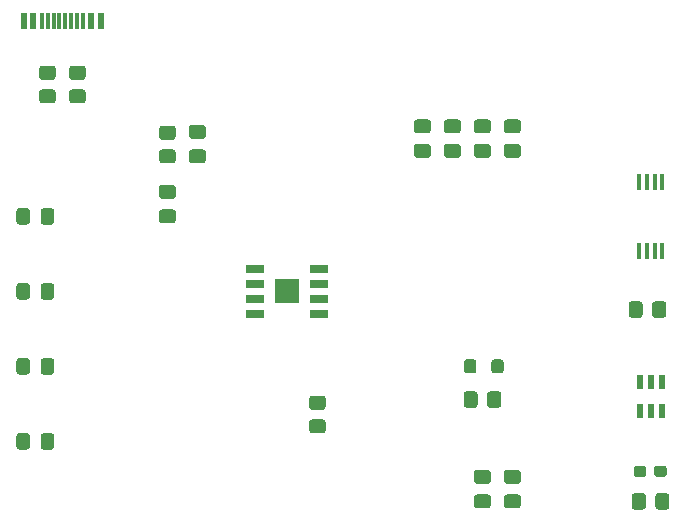
<source format=gbr>
%TF.GenerationSoftware,KiCad,Pcbnew,5.1.9*%
%TF.CreationDate,2021-06-15T13:05:46+08:00*%
%TF.ProjectId,Power-TEST,506f7765-722d-4544-9553-542e6b696361,rev?*%
%TF.SameCoordinates,Original*%
%TF.FileFunction,Paste,Top*%
%TF.FilePolarity,Positive*%
%FSLAX46Y46*%
G04 Gerber Fmt 4.6, Leading zero omitted, Abs format (unit mm)*
G04 Created by KiCad (PCBNEW 5.1.9) date 2021-06-15 13:05:46*
%MOMM*%
%LPD*%
G01*
G04 APERTURE LIST*
%ADD10R,0.600000X1.250000*%
%ADD11R,1.525000X0.700000*%
%ADD12R,2.090000X2.090000*%
%ADD13R,0.300000X1.450000*%
%ADD14R,0.600000X1.450000*%
%ADD15R,0.450000X1.475000*%
G04 APERTURE END LIST*
%TO.C,C3*%
G36*
G01*
X101507500Y-97552500D02*
X101507500Y-98027500D01*
G75*
G02*
X101270000Y-98265000I-237500J0D01*
G01*
X100670000Y-98265000D01*
G75*
G02*
X100432500Y-98027500I0J237500D01*
G01*
X100432500Y-97552500D01*
G75*
G02*
X100670000Y-97315000I237500J0D01*
G01*
X101270000Y-97315000D01*
G75*
G02*
X101507500Y-97552500I0J-237500D01*
G01*
G37*
G36*
G01*
X103232500Y-97552500D02*
X103232500Y-98027500D01*
G75*
G02*
X102995000Y-98265000I-237500J0D01*
G01*
X102395000Y-98265000D01*
G75*
G02*
X102157500Y-98027500I0J237500D01*
G01*
X102157500Y-97552500D01*
G75*
G02*
X102395000Y-97315000I237500J0D01*
G01*
X102995000Y-97315000D01*
G75*
G02*
X103232500Y-97552500I0J-237500D01*
G01*
G37*
%TD*%
%TO.C,R7*%
G36*
G01*
X52889999Y-65440000D02*
X53790001Y-65440000D01*
G75*
G02*
X54040000Y-65689999I0J-249999D01*
G01*
X54040000Y-66390001D01*
G75*
G02*
X53790001Y-66640000I-249999J0D01*
G01*
X52889999Y-66640000D01*
G75*
G02*
X52640000Y-66390001I0J249999D01*
G01*
X52640000Y-65689999D01*
G75*
G02*
X52889999Y-65440000I249999J0D01*
G01*
G37*
G36*
G01*
X52889999Y-63440000D02*
X53790001Y-63440000D01*
G75*
G02*
X54040000Y-63689999I0J-249999D01*
G01*
X54040000Y-64390001D01*
G75*
G02*
X53790001Y-64640000I-249999J0D01*
G01*
X52889999Y-64640000D01*
G75*
G02*
X52640000Y-64390001I0J249999D01*
G01*
X52640000Y-63689999D01*
G75*
G02*
X52889999Y-63440000I249999J0D01*
G01*
G37*
%TD*%
%TO.C,R6*%
G36*
G01*
X50349999Y-65440000D02*
X51250001Y-65440000D01*
G75*
G02*
X51500000Y-65689999I0J-249999D01*
G01*
X51500000Y-66390001D01*
G75*
G02*
X51250001Y-66640000I-249999J0D01*
G01*
X50349999Y-66640000D01*
G75*
G02*
X50100000Y-66390001I0J249999D01*
G01*
X50100000Y-65689999D01*
G75*
G02*
X50349999Y-65440000I249999J0D01*
G01*
G37*
G36*
G01*
X50349999Y-63440000D02*
X51250001Y-63440000D01*
G75*
G02*
X51500000Y-63689999I0J-249999D01*
G01*
X51500000Y-64390001D01*
G75*
G02*
X51250001Y-64640000I-249999J0D01*
G01*
X50349999Y-64640000D01*
G75*
G02*
X50100000Y-64390001I0J249999D01*
G01*
X50100000Y-63689999D01*
G75*
G02*
X50349999Y-63440000I249999J0D01*
G01*
G37*
%TD*%
%TO.C,C1*%
G36*
G01*
X60485000Y-75612500D02*
X61435000Y-75612500D01*
G75*
G02*
X61685000Y-75862500I0J-250000D01*
G01*
X61685000Y-76537500D01*
G75*
G02*
X61435000Y-76787500I-250000J0D01*
G01*
X60485000Y-76787500D01*
G75*
G02*
X60235000Y-76537500I0J250000D01*
G01*
X60235000Y-75862500D01*
G75*
G02*
X60485000Y-75612500I250000J0D01*
G01*
G37*
G36*
G01*
X60485000Y-73537500D02*
X61435000Y-73537500D01*
G75*
G02*
X61685000Y-73787500I0J-250000D01*
G01*
X61685000Y-74462500D01*
G75*
G02*
X61435000Y-74712500I-250000J0D01*
G01*
X60485000Y-74712500D01*
G75*
G02*
X60235000Y-74462500I0J250000D01*
G01*
X60235000Y-73787500D01*
G75*
G02*
X60485000Y-73537500I250000J0D01*
G01*
G37*
%TD*%
%TO.C,C2*%
G36*
G01*
X63025000Y-68457500D02*
X63975000Y-68457500D01*
G75*
G02*
X64225000Y-68707500I0J-250000D01*
G01*
X64225000Y-69382500D01*
G75*
G02*
X63975000Y-69632500I-250000J0D01*
G01*
X63025000Y-69632500D01*
G75*
G02*
X62775000Y-69382500I0J250000D01*
G01*
X62775000Y-68707500D01*
G75*
G02*
X63025000Y-68457500I250000J0D01*
G01*
G37*
G36*
G01*
X63025000Y-70532500D02*
X63975000Y-70532500D01*
G75*
G02*
X64225000Y-70782500I0J-250000D01*
G01*
X64225000Y-71457500D01*
G75*
G02*
X63975000Y-71707500I-250000J0D01*
G01*
X63025000Y-71707500D01*
G75*
G02*
X62775000Y-71457500I0J250000D01*
G01*
X62775000Y-70782500D01*
G75*
G02*
X63025000Y-70532500I250000J0D01*
G01*
G37*
%TD*%
%TO.C,C4*%
G36*
G01*
X83025000Y-69167500D02*
X82075000Y-69167500D01*
G75*
G02*
X81825000Y-68917500I0J250000D01*
G01*
X81825000Y-68242500D01*
G75*
G02*
X82075000Y-67992500I250000J0D01*
G01*
X83025000Y-67992500D01*
G75*
G02*
X83275000Y-68242500I0J-250000D01*
G01*
X83275000Y-68917500D01*
G75*
G02*
X83025000Y-69167500I-250000J0D01*
G01*
G37*
G36*
G01*
X83025000Y-71242500D02*
X82075000Y-71242500D01*
G75*
G02*
X81825000Y-70992500I0J250000D01*
G01*
X81825000Y-70317500D01*
G75*
G02*
X82075000Y-70067500I250000J0D01*
G01*
X83025000Y-70067500D01*
G75*
G02*
X83275000Y-70317500I0J-250000D01*
G01*
X83275000Y-70992500D01*
G75*
G02*
X83025000Y-71242500I-250000J0D01*
G01*
G37*
%TD*%
%TO.C,C5*%
G36*
G01*
X85565000Y-69167500D02*
X84615000Y-69167500D01*
G75*
G02*
X84365000Y-68917500I0J250000D01*
G01*
X84365000Y-68242500D01*
G75*
G02*
X84615000Y-67992500I250000J0D01*
G01*
X85565000Y-67992500D01*
G75*
G02*
X85815000Y-68242500I0J-250000D01*
G01*
X85815000Y-68917500D01*
G75*
G02*
X85565000Y-69167500I-250000J0D01*
G01*
G37*
G36*
G01*
X85565000Y-71242500D02*
X84615000Y-71242500D01*
G75*
G02*
X84365000Y-70992500I0J250000D01*
G01*
X84365000Y-70317500D01*
G75*
G02*
X84615000Y-70067500I250000J0D01*
G01*
X85565000Y-70067500D01*
G75*
G02*
X85815000Y-70317500I0J-250000D01*
G01*
X85815000Y-70992500D01*
G75*
G02*
X85565000Y-71242500I-250000J0D01*
G01*
G37*
%TD*%
%TO.C,C6*%
G36*
G01*
X88105000Y-71242500D02*
X87155000Y-71242500D01*
G75*
G02*
X86905000Y-70992500I0J250000D01*
G01*
X86905000Y-70317500D01*
G75*
G02*
X87155000Y-70067500I250000J0D01*
G01*
X88105000Y-70067500D01*
G75*
G02*
X88355000Y-70317500I0J-250000D01*
G01*
X88355000Y-70992500D01*
G75*
G02*
X88105000Y-71242500I-250000J0D01*
G01*
G37*
G36*
G01*
X88105000Y-69167500D02*
X87155000Y-69167500D01*
G75*
G02*
X86905000Y-68917500I0J250000D01*
G01*
X86905000Y-68242500D01*
G75*
G02*
X87155000Y-67992500I250000J0D01*
G01*
X88105000Y-67992500D01*
G75*
G02*
X88355000Y-68242500I0J-250000D01*
G01*
X88355000Y-68917500D01*
G75*
G02*
X88105000Y-69167500I-250000J0D01*
G01*
G37*
%TD*%
%TO.C,C7*%
G36*
G01*
X90645000Y-71242500D02*
X89695000Y-71242500D01*
G75*
G02*
X89445000Y-70992500I0J250000D01*
G01*
X89445000Y-70317500D01*
G75*
G02*
X89695000Y-70067500I250000J0D01*
G01*
X90645000Y-70067500D01*
G75*
G02*
X90895000Y-70317500I0J-250000D01*
G01*
X90895000Y-70992500D01*
G75*
G02*
X90645000Y-71242500I-250000J0D01*
G01*
G37*
G36*
G01*
X90645000Y-69167500D02*
X89695000Y-69167500D01*
G75*
G02*
X89445000Y-68917500I0J250000D01*
G01*
X89445000Y-68242500D01*
G75*
G02*
X89695000Y-67992500I250000J0D01*
G01*
X90645000Y-67992500D01*
G75*
G02*
X90895000Y-68242500I0J-250000D01*
G01*
X90895000Y-68917500D01*
G75*
G02*
X90645000Y-69167500I-250000J0D01*
G01*
G37*
%TD*%
%TO.C,C8*%
G36*
G01*
X87155000Y-99742500D02*
X88105000Y-99742500D01*
G75*
G02*
X88355000Y-99992500I0J-250000D01*
G01*
X88355000Y-100667500D01*
G75*
G02*
X88105000Y-100917500I-250000J0D01*
G01*
X87155000Y-100917500D01*
G75*
G02*
X86905000Y-100667500I0J250000D01*
G01*
X86905000Y-99992500D01*
G75*
G02*
X87155000Y-99742500I250000J0D01*
G01*
G37*
G36*
G01*
X87155000Y-97667500D02*
X88105000Y-97667500D01*
G75*
G02*
X88355000Y-97917500I0J-250000D01*
G01*
X88355000Y-98592500D01*
G75*
G02*
X88105000Y-98842500I-250000J0D01*
G01*
X87155000Y-98842500D01*
G75*
G02*
X86905000Y-98592500I0J250000D01*
G01*
X86905000Y-97917500D01*
G75*
G02*
X87155000Y-97667500I250000J0D01*
G01*
G37*
%TD*%
%TO.C,C9*%
G36*
G01*
X89695000Y-97667500D02*
X90645000Y-97667500D01*
G75*
G02*
X90895000Y-97917500I0J-250000D01*
G01*
X90895000Y-98592500D01*
G75*
G02*
X90645000Y-98842500I-250000J0D01*
G01*
X89695000Y-98842500D01*
G75*
G02*
X89445000Y-98592500I0J250000D01*
G01*
X89445000Y-97917500D01*
G75*
G02*
X89695000Y-97667500I250000J0D01*
G01*
G37*
G36*
G01*
X89695000Y-99742500D02*
X90645000Y-99742500D01*
G75*
G02*
X90895000Y-99992500I0J-250000D01*
G01*
X90895000Y-100667500D01*
G75*
G02*
X90645000Y-100917500I-250000J0D01*
G01*
X89695000Y-100917500D01*
G75*
G02*
X89445000Y-100667500I0J250000D01*
G01*
X89445000Y-99992500D01*
G75*
G02*
X89695000Y-99742500I250000J0D01*
G01*
G37*
%TD*%
%TO.C,D1*%
G36*
G01*
X49325000Y-75749999D02*
X49325000Y-76650001D01*
G75*
G02*
X49075001Y-76900000I-249999J0D01*
G01*
X48424999Y-76900000D01*
G75*
G02*
X48175000Y-76650001I0J249999D01*
G01*
X48175000Y-75749999D01*
G75*
G02*
X48424999Y-75500000I249999J0D01*
G01*
X49075001Y-75500000D01*
G75*
G02*
X49325000Y-75749999I0J-249999D01*
G01*
G37*
G36*
G01*
X51375000Y-75749999D02*
X51375000Y-76650001D01*
G75*
G02*
X51125001Y-76900000I-249999J0D01*
G01*
X50474999Y-76900000D01*
G75*
G02*
X50225000Y-76650001I0J249999D01*
G01*
X50225000Y-75749999D01*
G75*
G02*
X50474999Y-75500000I249999J0D01*
G01*
X51125001Y-75500000D01*
G75*
G02*
X51375000Y-75749999I0J-249999D01*
G01*
G37*
%TD*%
%TO.C,D2*%
G36*
G01*
X48175000Y-83000001D02*
X48175000Y-82099999D01*
G75*
G02*
X48424999Y-81850000I249999J0D01*
G01*
X49075001Y-81850000D01*
G75*
G02*
X49325000Y-82099999I0J-249999D01*
G01*
X49325000Y-83000001D01*
G75*
G02*
X49075001Y-83250000I-249999J0D01*
G01*
X48424999Y-83250000D01*
G75*
G02*
X48175000Y-83000001I0J249999D01*
G01*
G37*
G36*
G01*
X50225000Y-83000001D02*
X50225000Y-82099999D01*
G75*
G02*
X50474999Y-81850000I249999J0D01*
G01*
X51125001Y-81850000D01*
G75*
G02*
X51375000Y-82099999I0J-249999D01*
G01*
X51375000Y-83000001D01*
G75*
G02*
X51125001Y-83250000I-249999J0D01*
G01*
X50474999Y-83250000D01*
G75*
G02*
X50225000Y-83000001I0J249999D01*
G01*
G37*
%TD*%
%TO.C,D3*%
G36*
G01*
X48175000Y-89350001D02*
X48175000Y-88449999D01*
G75*
G02*
X48424999Y-88200000I249999J0D01*
G01*
X49075001Y-88200000D01*
G75*
G02*
X49325000Y-88449999I0J-249999D01*
G01*
X49325000Y-89350001D01*
G75*
G02*
X49075001Y-89600000I-249999J0D01*
G01*
X48424999Y-89600000D01*
G75*
G02*
X48175000Y-89350001I0J249999D01*
G01*
G37*
G36*
G01*
X50225000Y-89350001D02*
X50225000Y-88449999D01*
G75*
G02*
X50474999Y-88200000I249999J0D01*
G01*
X51125001Y-88200000D01*
G75*
G02*
X51375000Y-88449999I0J-249999D01*
G01*
X51375000Y-89350001D01*
G75*
G02*
X51125001Y-89600000I-249999J0D01*
G01*
X50474999Y-89600000D01*
G75*
G02*
X50225000Y-89350001I0J249999D01*
G01*
G37*
%TD*%
%TO.C,D4*%
G36*
G01*
X49325000Y-94799999D02*
X49325000Y-95700001D01*
G75*
G02*
X49075001Y-95950000I-249999J0D01*
G01*
X48424999Y-95950000D01*
G75*
G02*
X48175000Y-95700001I0J249999D01*
G01*
X48175000Y-94799999D01*
G75*
G02*
X48424999Y-94550000I249999J0D01*
G01*
X49075001Y-94550000D01*
G75*
G02*
X49325000Y-94799999I0J-249999D01*
G01*
G37*
G36*
G01*
X51375000Y-94799999D02*
X51375000Y-95700001D01*
G75*
G02*
X51125001Y-95950000I-249999J0D01*
G01*
X50474999Y-95950000D01*
G75*
G02*
X50225000Y-95700001I0J249999D01*
G01*
X50225000Y-94799999D01*
G75*
G02*
X50474999Y-94550000I249999J0D01*
G01*
X51125001Y-94550000D01*
G75*
G02*
X51375000Y-94799999I0J-249999D01*
G01*
G37*
%TD*%
D10*
%TO.C,IC1*%
X102870000Y-90210000D03*
X101920000Y-90210000D03*
X100970000Y-90210000D03*
X100970000Y-92710000D03*
X101920000Y-92710000D03*
X102870000Y-92710000D03*
%TD*%
D11*
%TO.C,IC2*%
X68408000Y-80645000D03*
X68408000Y-81915000D03*
X68408000Y-83185000D03*
X68408000Y-84455000D03*
X73832000Y-84455000D03*
X73832000Y-83185000D03*
X73832000Y-81915000D03*
X73832000Y-80645000D03*
D12*
X71120000Y-82550000D03*
%TD*%
D13*
%TO.C,J1*%
X52320000Y-59690000D03*
X50320000Y-59690000D03*
X50820000Y-59690000D03*
X51320000Y-59690000D03*
X51820000Y-59690000D03*
X52820000Y-59690000D03*
X53320000Y-59690000D03*
X53820000Y-59690000D03*
D14*
X48820000Y-59690000D03*
X49620000Y-59690000D03*
X54520000Y-59690000D03*
X55320000Y-59690000D03*
X55320000Y-59690000D03*
X54520000Y-59690000D03*
X49620000Y-59690000D03*
X48820000Y-59690000D03*
%TD*%
%TO.C,L1*%
G36*
G01*
X86075000Y-89250001D02*
X86075000Y-88549999D01*
G75*
G02*
X86324999Y-88300000I249999J0D01*
G01*
X86875001Y-88300000D01*
G75*
G02*
X87125000Y-88549999I0J-249999D01*
G01*
X87125000Y-89250001D01*
G75*
G02*
X86875001Y-89500000I-249999J0D01*
G01*
X86324999Y-89500000D01*
G75*
G02*
X86075000Y-89250001I0J249999D01*
G01*
G37*
G36*
G01*
X88375000Y-89250001D02*
X88375000Y-88549999D01*
G75*
G02*
X88624999Y-88300000I249999J0D01*
G01*
X89175001Y-88300000D01*
G75*
G02*
X89425000Y-88549999I0J-249999D01*
G01*
X89425000Y-89250001D01*
G75*
G02*
X89175001Y-89500000I-249999J0D01*
G01*
X88624999Y-89500000D01*
G75*
G02*
X88375000Y-89250001I0J249999D01*
G01*
G37*
%TD*%
D15*
%TO.C,Q1*%
X102870000Y-73262000D03*
X102220000Y-73262000D03*
X101570000Y-73262000D03*
X100920000Y-73262000D03*
X100920000Y-79138000D03*
X101570000Y-79138000D03*
X102220000Y-79138000D03*
X102870000Y-79138000D03*
%TD*%
%TO.C,R1*%
G36*
G01*
X60509999Y-68520000D02*
X61410001Y-68520000D01*
G75*
G02*
X61660000Y-68769999I0J-249999D01*
G01*
X61660000Y-69470001D01*
G75*
G02*
X61410001Y-69720000I-249999J0D01*
G01*
X60509999Y-69720000D01*
G75*
G02*
X60260000Y-69470001I0J249999D01*
G01*
X60260000Y-68769999D01*
G75*
G02*
X60509999Y-68520000I249999J0D01*
G01*
G37*
G36*
G01*
X60509999Y-70520000D02*
X61410001Y-70520000D01*
G75*
G02*
X61660000Y-70769999I0J-249999D01*
G01*
X61660000Y-71470001D01*
G75*
G02*
X61410001Y-71720000I-249999J0D01*
G01*
X60509999Y-71720000D01*
G75*
G02*
X60260000Y-71470001I0J249999D01*
G01*
X60260000Y-70769999D01*
G75*
G02*
X60509999Y-70520000I249999J0D01*
G01*
G37*
%TD*%
%TO.C,R2*%
G36*
G01*
X100000000Y-84540001D02*
X100000000Y-83639999D01*
G75*
G02*
X100249999Y-83390000I249999J0D01*
G01*
X100950001Y-83390000D01*
G75*
G02*
X101200000Y-83639999I0J-249999D01*
G01*
X101200000Y-84540001D01*
G75*
G02*
X100950001Y-84790000I-249999J0D01*
G01*
X100249999Y-84790000D01*
G75*
G02*
X100000000Y-84540001I0J249999D01*
G01*
G37*
G36*
G01*
X102000000Y-84540001D02*
X102000000Y-83639999D01*
G75*
G02*
X102249999Y-83390000I249999J0D01*
G01*
X102950001Y-83390000D01*
G75*
G02*
X103200000Y-83639999I0J-249999D01*
G01*
X103200000Y-84540001D01*
G75*
G02*
X102950001Y-84790000I-249999J0D01*
G01*
X102249999Y-84790000D01*
G75*
G02*
X102000000Y-84540001I0J249999D01*
G01*
G37*
%TD*%
%TO.C,R3*%
G36*
G01*
X100270000Y-100780001D02*
X100270000Y-99879999D01*
G75*
G02*
X100519999Y-99630000I249999J0D01*
G01*
X101220001Y-99630000D01*
G75*
G02*
X101470000Y-99879999I0J-249999D01*
G01*
X101470000Y-100780001D01*
G75*
G02*
X101220001Y-101030000I-249999J0D01*
G01*
X100519999Y-101030000D01*
G75*
G02*
X100270000Y-100780001I0J249999D01*
G01*
G37*
G36*
G01*
X102270000Y-100780001D02*
X102270000Y-99879999D01*
G75*
G02*
X102519999Y-99630000I249999J0D01*
G01*
X103220001Y-99630000D01*
G75*
G02*
X103470000Y-99879999I0J-249999D01*
G01*
X103470000Y-100780001D01*
G75*
G02*
X103220001Y-101030000I-249999J0D01*
G01*
X102519999Y-101030000D01*
G75*
G02*
X102270000Y-100780001I0J249999D01*
G01*
G37*
%TD*%
%TO.C,R4*%
G36*
G01*
X74110001Y-92580000D02*
X73209999Y-92580000D01*
G75*
G02*
X72960000Y-92330001I0J249999D01*
G01*
X72960000Y-91629999D01*
G75*
G02*
X73209999Y-91380000I249999J0D01*
G01*
X74110001Y-91380000D01*
G75*
G02*
X74360000Y-91629999I0J-249999D01*
G01*
X74360000Y-92330001D01*
G75*
G02*
X74110001Y-92580000I-249999J0D01*
G01*
G37*
G36*
G01*
X74110001Y-94580000D02*
X73209999Y-94580000D01*
G75*
G02*
X72960000Y-94330001I0J249999D01*
G01*
X72960000Y-93629999D01*
G75*
G02*
X73209999Y-93380000I249999J0D01*
G01*
X74110001Y-93380000D01*
G75*
G02*
X74360000Y-93629999I0J-249999D01*
G01*
X74360000Y-94330001D01*
G75*
G02*
X74110001Y-94580000I-249999J0D01*
G01*
G37*
%TD*%
%TO.C,R5*%
G36*
G01*
X89230000Y-91259999D02*
X89230000Y-92160001D01*
G75*
G02*
X88980001Y-92410000I-249999J0D01*
G01*
X88279999Y-92410000D01*
G75*
G02*
X88030000Y-92160001I0J249999D01*
G01*
X88030000Y-91259999D01*
G75*
G02*
X88279999Y-91010000I249999J0D01*
G01*
X88980001Y-91010000D01*
G75*
G02*
X89230000Y-91259999I0J-249999D01*
G01*
G37*
G36*
G01*
X87230000Y-91259999D02*
X87230000Y-92160001D01*
G75*
G02*
X86980001Y-92410000I-249999J0D01*
G01*
X86279999Y-92410000D01*
G75*
G02*
X86030000Y-92160001I0J249999D01*
G01*
X86030000Y-91259999D01*
G75*
G02*
X86279999Y-91010000I249999J0D01*
G01*
X86980001Y-91010000D01*
G75*
G02*
X87230000Y-91259999I0J-249999D01*
G01*
G37*
%TD*%
M02*

</source>
